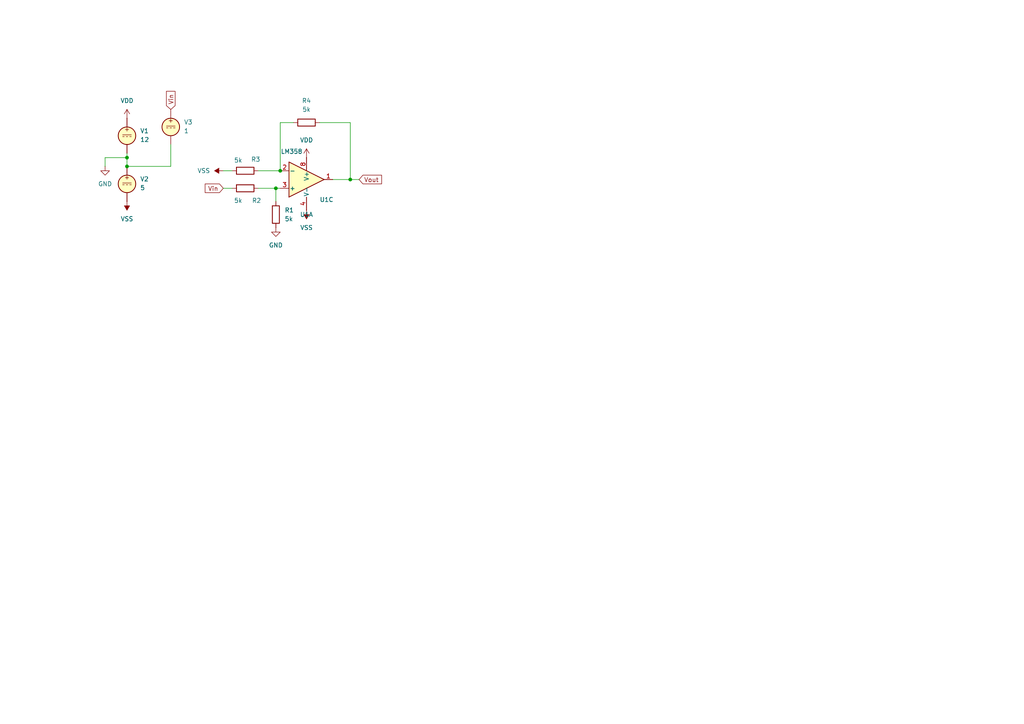
<source format=kicad_sch>
(kicad_sch (version 20231120) (generator "eeschema") (generator_version "8.0")
  (paper "A4")
  (lib_symbols
    (symbol "Amplifier_Operational:LM358" (pin_names (offset 0.127))
      (property "Reference" "U" (at 0 5.08 0))
      (property "Value" "LM358" (at 0 -5.08 0))
      (symbol "LM358_1_1"
        (polyline (pts (xy -5.08 5.08) (xy 5.08 0) (xy -5.08 -5.08) (xy -5.08 5.08)) (stroke (width 0.254)) (fill (type background)))
        (pin output line (at 7.62 0 180) (length 2.54) (name "~") (number "1"))
        (pin input line (at -7.62 -2.54 0) (length 2.54) (name "-") (number "2"))
        (pin input line (at -7.62 2.54 0) (length 2.54) (name "+") (number "3"))
      )
      (symbol "LM358_2_1"
        (polyline (pts (xy -5.08 5.08) (xy 5.08 0) (xy -5.08 -5.08) (xy -5.08 5.08)) (stroke (width 0.254)) (fill (type background)))
        (pin input line (at -7.62 2.54 0) (length 2.54) (name "+") (number "5"))
        (pin input line (at -7.62 -2.54 0) (length 2.54) (name "-") (number "6"))
        (pin output line (at 7.62 0 180) (length 2.54) (name "~") (number "7"))
      )
      (symbol "LM358_3_1"
        (pin power_in line (at -2.54 -7.62 90) (length 3.81) (name "V-") (number "4"))
        (pin power_in line (at -2.54 7.62 270) (length 3.81) (name "V+") (number "8"))
      )
    )
    (symbol "Device:R" (pin_numbers hide) (pin_names (offset 0))
      (property "Reference" "R" (at 2.032 0 90))
      (property "Value" "R" (at 0 0 90))
      (symbol "R_0_1"
        (rectangle (start -1.016 -2.54) (end 1.016 2.54) (stroke (width 0.254)))
      )
      (symbol "R_1_1"
        (pin passive line (at 0 3.81 270) (length 1.27) (name "~") (number "1"))
        (pin passive line (at 0 -3.81 90) (length 1.27) (name "~") (number "2"))
      )
    )
    (symbol "Simulation_SPICE:VDC" (pin_numbers hide) (pin_names (offset 0.0254))
      (property "Reference" "V" (at 2.54 2.54 0))
      (property "Value" "1" (at 2.54 0 0))
      (symbol "VDC_0_0"
        (polyline (pts (xy -1.27 0.254) (xy 1.27 0.254)))
        (polyline (pts (xy -0.762 -0.254) (xy -1.27 -0.254)))
        (polyline (pts (xy 0.254 -0.254) (xy -0.254 -0.254)))
        (polyline (pts (xy 1.27 -0.254) (xy 0.762 -0.254)))
        (text "+" (at 0 1.905 0) (effects (font (size 1.27 1.27))))
      )
      (symbol "VDC_0_1"
        (circle (center 0 0) (radius 2.54) (stroke (width 0.254)) (fill (type background)))
      )
      (symbol "VDC_1_1"
        (pin passive line (at 0 5.08 270) (length 2.54) (name "~") (number "1"))
        (pin passive line (at 0 -5.08 90) (length 2.54) (name "~") (number "2"))
      )
    )
    (symbol "power:GND" (power) (pin_numbers hide) (pin_names (offset 0) hide)
      (property "Value" "GND" (at 0 -3.81 0))
      (symbol "GND_0_1"
        (polyline (pts (xy 0 0) (xy 0 -1.27) (xy 1.27 -1.27) (xy 0 -2.54) (xy -1.27 -1.27) (xy 0 -1.27)))
      )
      (symbol "GND_1_1"
        (pin power_in line (at 0 0 270) (length 0) (name "~") (number "1"))
      )
    )
    (symbol "power:VDD" (power) (pin_numbers hide) (pin_names (offset 0) hide)
      (property "Value" "VDD" (at 0 3.556 0))
      (symbol "VDD_0_1"
        (polyline (pts (xy -0.762 1.27) (xy 0 2.54)))
        (polyline (pts (xy 0 0) (xy 0 2.54)))
        (polyline (pts (xy 0 2.54) (xy 0.762 1.27)))
      )
      (symbol "VDD_1_1"
        (pin power_in line (at 0 0 90) (length 0) (name "~") (number "1"))
      )
    )
    (symbol "power:VSS" (power) (pin_numbers hide) (pin_names (offset 0) hide)
      (property "Value" "VSS" (at 0 3.556 0))
      (symbol "VSS_0_1"
        (polyline (pts (xy 0 0) (xy 0 2.54)))
        (polyline (pts (xy 0.762 1.27) (xy -0.762 1.27) (xy 0 2.54) (xy 0.762 1.27)) (fill (type outline)))
      )
      (symbol "VSS_1_1"
        (pin power_in line (at 0 0 90) (length 0) (name "~") (number "1"))
      )
    )
  )
  (junction (at 101.6 52.07))
  (junction (at 36.83 48.26))
  (junction (at 36.83 45.72))
  (junction (at 80.01 54.61))
  (junction (at 81.28 49.53))
  (wire (pts (xy 64.77 54.61) (xy 67.31 54.61)))
  (wire (pts (xy 80.01 54.61) (xy 81.28 54.61)))
  (wire (pts (xy 81.28 35.56) (xy 81.28 49.53)))
  (wire (pts (xy 64.77 49.53) (xy 67.31 49.53)))
  (wire (pts (xy 30.48 45.72) (xy 36.83 45.72)))
  (wire (pts (xy 30.48 48.26) (xy 30.48 45.72)))
  (wire (pts (xy 74.93 49.53) (xy 81.28 49.53)))
  (wire (pts (xy 49.53 48.26) (xy 36.83 48.26)))
  (wire (pts (xy 74.93 54.61) (xy 80.01 54.61)))
  (wire (pts (xy 36.83 45.72) (xy 36.83 48.26)))
  (wire (pts (xy 49.53 41.91) (xy 49.53 48.26)))
  (wire (pts (xy 80.01 54.61) (xy 80.01 58.42)))
  (wire (pts (xy 85.09 35.56) (xy 81.28 35.56)))
  (wire (pts (xy 36.83 44.45) (xy 36.83 45.72)))
  (wire (pts (xy 101.6 52.07) (xy 101.6 35.56)))
  (wire (pts (xy 96.52 52.07) (xy 101.6 52.07)))
  (wire (pts (xy 101.6 35.56) (xy 92.71 35.56)))
  (wire (pts (xy 101.6 52.07) (xy 104.14 52.07)))
  (global_label "Vin" (shape input) (at 49.53 31.75 90) (property "Intersheetrefs" "${INTERSHEET_REFS}" (effects (hide yes))))
  (global_label "Vin" (shape input) (at 64.77 54.61 180) (property "Intersheetrefs" "${INTERSHEET_REFS}" (effects (hide yes))))
  (global_label "Vout" (shape input) (at 104.14 52.07 0) (property "Intersheetrefs" "${INTERSHEET_REFS}" (effects (hide yes))))
  (symbol (lib_id "power:VDD") (at 36.83 34.29 0) (unit 1)
    (property "Reference" "#PWR04" (effects (hide yes)))
    (property "Value" "VDD" (at 36.83 29.21 0))
    (property "Description" "Power symbol creates a global label with name \"VDD\"" (effects (hide yes)))
  )
  (symbol (lib_id "Device:R") (at 71.12 49.53 90) (unit 1)
    (property "Reference" "R3" (at 74.168 46.228 90))
    (property "Value" "5k" (at 69.088 46.482 90))
    (property "Description" "Resistor" (effects (hide yes)))
  )
  (symbol (lib_id "Device:R") (at 88.9 35.56 90) (unit 1)
    (property "Reference" "R4" (at 88.9 29.21 90))
    (property "Value" "5k" (at 88.9 31.75 90))
    (property "Description" "Resistor" (effects (hide yes)))
  )
  (symbol (lib_id "Device:R") (at 71.12 54.61 90) (unit 1)
    (property "Reference" "R2" (at 74.422 58.166 90))
    (property "Value" "5k" (at 69.088 58.166 90))
    (property "Description" "Resistor" (effects (hide yes)))
  )
  (symbol (lib_id "Simulation_SPICE:VDC") (at 49.53 36.83 0) (unit 1)
    (property "Reference" "V3" (at 53.34 35.4301 0) (effects (justify left)))
    (property "Value" "1" (at 53.34 37.9701 0) (effects (justify left)))
    (property "Datasheet" "https://ngspice.sourceforge.io/docs/ngspice-html-manual/manual.xhtml#sec_Independent_Sources_for" (effects (hide yes)))
    (property "Description" "Voltage source, DC" (effects (hide yes)))
    (property "Sim.Pins" "1=+ 2=-" (effects (hide yes)))
    (property "Sim.Type" "DC" (effects (hide yes)))
    (property "Sim.Device" "V" (effects (hide yes)))
  )
  (symbol (lib_id "Amplifier_Operational:LM358") (at 91.44 53.34 0) (unit 3)
    (property "Reference" "U1" (at 92.71 57.912 0) (effects (justify left)))
    (property "Value" "LM358" (effects (hide yes)))
    (property "Datasheet" "http://www.ti.com/lit/ds/symlink/lm2904-n.pdf" (effects (hide yes)))
    (property "Description" "Low-Power, Dual Operational Amplifiers, DIP-8/SOIC-8/TO-99-8" (effects (hide yes)))
    (property "Sim.Library" "lm358.lib" (effects (hide yes)))
    (property "Sim.Name" "LM358" (effects (hide yes)))
    (property "Sim.Device" "SUBCKT" (effects (hide yes)))
    (property "Sim.Pins" "1=3 2=1 3=2 4=5 8=4" (effects (hide yes)))
  )
  (symbol (lib_id "power:VSS") (at 64.77 49.53 90) (unit 1)
    (property "Reference" "#PWR07" (effects (hide yes)))
    (property "Value" "VSS" (at 60.96 49.5299 90) (effects (justify left)))
    (property "Description" "Power symbol creates a global label with name \"VSS\"" (effects (hide yes)))
  )
  (symbol (lib_id "Amplifier_Operational:LM358") (at 88.9 52.07 0) (mirror x) (unit 1)
    (property "Reference" "U1" (at 88.9 62.23 0))
    (property "Value" "LM358" (at 84.582 43.942 0))
    (property "Datasheet" "http://www.ti.com/lit/ds/symlink/lm2904-n.pdf" (effects (hide yes)))
    (property "Description" "Low-Power, Dual Operational Amplifiers, DIP-8/SOIC-8/TO-99-8" (effects (hide yes)))
    (property "Sim.Library" "lm358.lib" (effects (hide yes)))
    (property "Sim.Name" "LM358" (effects (hide yes)))
    (property "Sim.Device" "SUBCKT" (effects (hide yes)))
    (property "Sim.Pins" "1=3 2=1 3=2 4=5 8=4" (effects (hide yes)))
  )
  (symbol (lib_id "power:VDD") (at 88.9 45.72 0) (unit 1)
    (property "Reference" "#PWR05" (effects (hide yes)))
    (property "Value" "VDD" (at 88.9 40.64 0))
    (property "Description" "Power symbol creates a global label with name \"VDD\"" (effects (hide yes)))
  )
  (symbol (lib_id "Simulation_SPICE:VDC") (at 36.83 39.37 0) (unit 1)
    (property "Reference" "V1" (at 40.64 37.9701 0) (effects (justify left)))
    (property "Value" "12" (at 40.64 40.5101 0) (effects (justify left)))
    (property "Datasheet" "https://ngspice.sourceforge.io/docs/ngspice-html-manual/manual.xhtml#sec_Independent_Sources_for" (effects (hide yes)))
    (property "Description" "Voltage source, DC" (effects (hide yes)))
    (property "Sim.Pins" "1=+ 2=-" (effects (hide yes)))
    (property "Sim.Type" "DC" (effects (hide yes)))
    (property "Sim.Device" "V" (effects (hide yes)))
  )
  (symbol (lib_id "power:VSS") (at 36.83 58.42 180) (unit 1)
    (property "Reference" "#PWR03" (effects (hide yes)))
    (property "Value" "VSS" (at 36.83 63.5 0))
    (property "Description" "Power symbol creates a global label with name \"VSS\"" (effects (hide yes)))
  )
  (symbol (lib_id "Simulation_SPICE:VDC") (at 36.83 53.34 0) (unit 1)
    (property "Reference" "V2" (at 40.64 51.9401 0) (effects (justify left)))
    (property "Value" "5" (at 40.64 54.4801 0) (effects (justify left)))
    (property "Datasheet" "https://ngspice.sourceforge.io/docs/ngspice-html-manual/manual.xhtml#sec_Independent_Sources_for" (effects (hide yes)))
    (property "Description" "Voltage source, DC" (effects (hide yes)))
    (property "Sim.Pins" "1=+ 2=-" (effects (hide yes)))
    (property "Sim.Type" "DC" (effects (hide yes)))
    (property "Sim.Device" "V" (effects (hide yes)))
  )
  (symbol (lib_id "Device:R") (at 80.01 62.23 180) (unit 1)
    (property "Reference" "R1" (at 82.55 60.9599 0) (effects (justify right)))
    (property "Value" "5k" (at 82.55 63.4999 0) (effects (justify right)))
    (property "Description" "Resistor" (effects (hide yes)))
  )
  (symbol (lib_id "power:GND") (at 30.48 48.26 0) (unit 1)
    (property "Reference" "#PWR01" (effects (hide yes)))
    (property "Value" "GND" (at 30.48 53.34 0))
    (property "Description" "Power symbol creates a global label with name \"GND\" , ground" (effects (hide yes)))
  )
  (symbol (lib_id "power:GND") (at 80.01 66.04 0) (unit 1)
    (property "Reference" "#PWR02" (effects (hide yes)))
    (property "Value" "GND" (at 80.01 71.12 0))
    (property "Description" "Power symbol creates a global label with name \"GND\" , ground" (effects (hide yes)))
  )
  (symbol (lib_id "power:VSS") (at 88.9 60.96 180) (unit 1)
    (property "Reference" "#PWR06" (effects (hide yes)))
    (property "Value" "VSS" (at 88.9 66.04 0))
    (property "Description" "Power symbol creates a global label with name \"VSS\"" (effects (hide yes)))
  )
)
</source>
